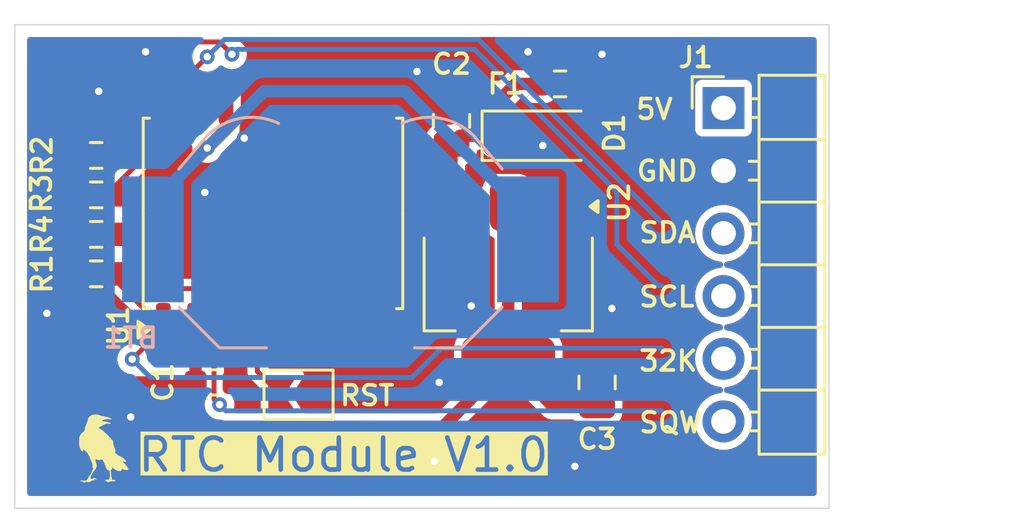
<source format=kicad_pcb>
(kicad_pcb (version 20240108) (generator "pcbnew") (generator_version "8.0")
  (layers (0 "F.Cu" signal) (31 "B.Cu" signal) (34 "B.Paste" user) (35 "F.Paste" user) (36 "B.SilkS" user "B.Silkscreen") (37 "F.SilkS" user "F.Silkscreen") (38 "B.Mask" user) (39 "F.Mask" user) (44 "Edge.Cuts" user))
  (net 0 "")
  (net 1 "GND")
  (net 2 "3.3V")
  (net 3 "Net-(D1-K)")
  (net 4 "5V")
  (net 5 "/SDA")
  (net 6 "/32KHZ")
  (net 7 "/SQW")
  (net 8 "/SCL")
  (net 9 "Net-(BT1-+)")
  (net 10 "/RST")
  (footprint "Resistor_SMD:R_0603_1608Metric" (layer "F.Cu") (at 151.2 61.9 180)
    (property "Reference" "F1" (at 2.2 0 0) (layer "F.SilkS") (effects (font (size 0.8 0.8))))
    (property "Value" "F0603FA0500V063TM")
    (pad "1" smd roundrect (at -0.825 0 180) (size 0.8 0.95) (layers "F.Cu" "F.Paste" "F.Mask") (net 4 "5V"))
    (pad "2" smd roundrect (at 0.825 0 180) (size 0.8 0.95) (layers "F.Cu" "F.Paste" "F.Mask") (net 3 "Net-(D1-K)"))
  )
  (footprint "Connector_PinHeader_2.54mm:PinHeader_1x06_P2.54mm_Horizontal" (layer "F.Cu") (at 157.825 62.88)
    (property "Reference" "J1" (at -1.125 -2.05 0) (layer "F.SilkS") (effects (font (size 0.8 0.8))))
    (property "Value" "DZ254W-11-06-65")
    (pad "1" thru_hole rect (at 0 0) (size 1.7 1.7) (drill 1) (layers "*.Cu" "*.Mask") (net 4 "5V"))
    (pad "2" thru_hole oval (at 0 2.54) (size 1.7 1.7) (drill 1) (layers "*.Cu" "*.Mask") (net 1 "GND"))
    (pad "3" thru_hole oval (at 0 5.08) (size 1.7 1.7) (drill 1) (layers "*.Cu" "*.Mask") (net 5 "/SDA"))
    (pad "4" thru_hole oval (at 0 7.62) (size 1.7 1.7) (drill 1) (layers "*.Cu" "*.Mask") (net 8 "/SCL"))
    (pad "5" thru_hole oval (at 0 10.16) (size 1.7 1.7) (drill 1) (layers "*.Cu" "*.Mask") (net 6 "/32KHZ"))
    (pad "6" thru_hole oval (at 0 12.7) (size 1.7 1.7) (drill 1) (layers "*.Cu" "*.Mask") (net 7 "/SQW"))
  )
  (footprint "LOGO" (layer "F.Cu") (at 132.7 76.7)
    (property "Reference" "G***" (hide yes))
    (property "Value" "LOGO" (hide yes))
  )
  (footprint "Package_SO:SOIC-16W_7.5x10.3mm_P1.27mm" (layer "F.Cu") (at 139.565 67.15 90)
    (property "Reference" "U1" (at -4.55 -6.265 -90) (layer "F.SilkS") (effects (font (size 0.8 0.8))))
    (property "Value" "DS3231SN#T&R")
    (pad "1" smd roundrect (at -4.65 -4.445 90) (size 2.05 0.6) (layers "F.Cu" "F.Paste" "F.Mask") (net 6 "/32KHZ"))
    (pad "2" smd roundrect (at -4.650001 -3.175 90) (size 2.05 0.6) (layers "F.Cu" "F.Paste" "F.Mask") (net 2 "3.3V"))
    (pad "3" smd roundrect (at -4.65 -1.905 90) (size 2.05 0.6) (layers "F.Cu" "F.Paste" "F.Mask") (net 7 "/SQW"))
    (pad "4" smd roundrect (at -4.65 -0.635 90) (size 2.05 0.6) (layers "F.Cu" "F.Paste" "F.Mask") (net 10 "/RST"))
    (pad "5" smd roundrect (at -4.65 0.635 90) (size 2.05 0.6) (layers "F.Cu" "F.Paste" "F.Mask") (net 1 "GND"))
    (pad "6" smd roundrect (at -4.65 1.905 90) (size 2.05 0.6) (layers "F.Cu" "F.Paste" "F.Mask") (net 1 "GND"))
    (pad "7" smd roundrect (at -4.650001 3.175 90) (size 2.05 0.6) (layers "F.Cu" "F.Paste" "F.Mask") (net 1 "GND"))
    (pad "8" smd roundrect (at -4.65 4.445 90) (size 2.05 0.6) (layers "F.Cu" "F.Paste" "F.Mask") (net 1 "GND"))
    (pad "9" smd roundrect (at 4.65 4.445 90) (size 2.05 0.6) (layers "F.Cu" "F.Paste" "F.Mask") (net 1 "GND"))
    (pad "10" smd roundrect (at 4.650001 3.175 90) (size 2.05 0.6) (layers "F.Cu" "F.Paste" "F.Mask") (net 1 "GND"))
    (pad "11" smd roundrect (at 4.65 1.905 90) (size 2.05 0.6) (layers "F.Cu" "F.Paste" "F.Mask") (net 1 "GND"))
    (pad "12" smd roundrect (at 4.65 0.635 90) (size 2.05 0.6) (layers "F.Cu" "F.Paste" "F.Mask") (net 1 "GND"))
    (pad "13" smd roundrect (at 4.65 -0.635 90) (size 2.05 0.6) (layers "F.Cu" "F.Paste" "F.Mask") (net 1 "GND"))
    (pad "14" smd roundrect (at 4.65 -1.905 90) (size 2.05 0.6) (layers "F.Cu" "F.Paste" "F.Mask") (net 9 "Net-(BT1-+)"))
    (pad "15" smd roundrect (at 4.650001 -3.175 90) (size 2.05 0.6) (layers "F.Cu" "F.Paste" "F.Mask") (net 5 "/SDA"))
    (pad "16" smd roundrect (at 4.65 -4.445 90) (size 2.05 0.6) (layers "F.Cu" "F.Paste" "F.Mask") (net 8 "/SCL"))
  )
  (footprint "Capacitor_SMD:C_0805_2012Metric" (layer "F.Cu") (at 152.7 74 90)
    (property "Reference" "C3" (at -2.300001 0 0) (layer "F.SilkS") (effects (font (size 0.8 0.8))))
    (property "Value" "22uF/10V")
    (pad "1" smd roundrect (at -0.949999 0 90) (size 1 1.45) (layers "F.Cu" "F.Paste" "F.Mask") (net 2 "3.3V"))
    (pad "2" smd roundrect (at 0.949999 0 90) (size 1 1.45) (layers "F.Cu" "F.Paste" "F.Mask") (net 1 "GND"))
  )
  (footprint "Diode_SMD:D_SOD-123" (layer "F.Cu") (at 150.4 64)
    (property "Reference" "D1" (at 3 -0.1 90) (layer "F.SilkS") (effects (font (size 0.8 0.8))))
    (property "Value" "MM1Z4V7")
    (pad "1" smd roundrect (at -1.65 0) (size 0.9 1.2) (layers "F.Cu" "F.Paste" "F.Mask") (net 3 "Net-(D1-K)"))
    (pad "2" smd roundrect (at 1.65 0) (size 0.9 1.2) (layers "F.Cu" "F.Paste" "F.Mask") (net 1 "GND"))
  )
  (footprint "Resistor_SMD:R_0603_1608Metric" (layer "F.Cu") (at 132.4 68)
    (property "Reference" "R4" (at -2.2 0 90) (layer "F.SilkS") (effects (font (size 0.8 0.8))))
    (property "Value" "4k7")
    (pad "1" smd roundrect (at -0.825 0) (size 0.8 0.95) (layers "F.Cu" "F.Paste" "F.Mask") (net 2 "3.3V"))
    (pad "2" smd roundrect (at 0.825 0) (size 0.8 0.95) (layers "F.Cu" "F.Paste" "F.Mask") (net 7 "/SQW"))
  )
  (footprint "Resistor_SMD:R_0603_1608Metric" (layer "F.Cu") (at 132.4 66.4)
    (property "Reference" "R3" (at -2.225 -0.06 90) (layer "F.SilkS") (effects (font (size 0.8 0.8))))
    (property "Value" "4k7")
    (pad "1" smd roundrect (at -0.825 0) (size 0.8 0.95) (layers "F.Cu" "F.Paste" "F.Mask") (net 2 "3.3V"))
    (pad "2" smd roundrect (at 0.825 0) (size 0.8 0.95) (layers "F.Cu" "F.Paste" "F.Mask") (net 5 "/SDA"))
  )
  (footprint "Capacitor_SMD:C_0805_2012Metric" (layer "F.Cu") (at 146.8 63.4 90)
    (property "Reference" "C2" (at 2.3 0 0) (layer "F.SilkS") (effects (font (size 0.8 0.8))))
    (property "Value" "10uF/10V")
    (pad "1" smd roundrect (at -0.949999 0 90) (size 1 1.45) (layers "F.Cu" "F.Paste" "F.Mask") (net 3 "Net-(D1-K)"))
    (pad "2" smd roundrect (at 0.949999 0 90) (size 1 1.45) (layers "F.Cu" "F.Paste" "F.Mask") (net 1 "GND"))
  )
  (footprint "Resistor_SMD:R_0603_1608Metric" (layer "F.Cu") (at 132.4 69.6)
    (property "Reference" "R1" (at -2.2 0 90) (layer "F.SilkS") (effects (font (size 0.8 0.8))))
    (property "Value" "4k7")
    (pad "1" smd roundrect (at -0.825 0) (size 0.8 0.95) (layers "F.Cu" "F.Paste" "F.Mask") (net 2 "3.3V"))
    (pad "2" smd roundrect (at 0.825 0) (size 0.8 0.95) (layers "F.Cu" "F.Paste" "F.Mask") (net 6 "/32KHZ"))
  )
  (footprint "Capacitor_SMD:C_0603_1608Metric" (layer "F.Cu") (at 137.2 74)
    (property "Reference" "C1" (at -2.1 0 90) (layer "F.SilkS") (effects (font (size 0.8 0.8))))
    (property "Value" "100n/10V")
    (pad "1" smd roundrect (at -0.775 0) (size 0.9 0.95) (layers "F.Cu" "F.Paste" "F.Mask") (net 2 "3.3V"))
    (pad "2" smd roundrect (at 0.775 0) (size 0.9 0.95) (layers "F.Cu" "F.Paste" "F.Mask") (net 1 "GND"))
  )
  (footprint "Jumper:SolderJumper-2_P1.3mm_Open_TrianglePad1.0x1.5mm" (layer "F.Cu") (at 140.6 74.5 180)
    (property "Reference" "JP1" (hide yes))
    (property "Value" "SolderJumper_2_Open")
    (pad "1" smd custom (at -0.724999 0 180) (size 0.3 0.3) (layers "F.Cu" "F.Mask") (net 1 "GND") (options (clearance outline) (anchor rect)) (primitives (gr_poly (pts (xy 1 0) (xy 0.5 0.75) (xy -0.5 0.75) (xy -0.5 -0.75) (xy 0.5 -0.75)) (width 0) (fill yes))))
    (pad "2" smd custom (at 0.724999 0 180) (size 0.3 0.3) (layers "F.Cu" "F.Mask") (net 10 "/RST") (options (clearance outline) (anchor rect)) (primitives (gr_poly (pts (xy 0.5 0.75) (xy -0.65 0.75) (xy -0.15 0) (xy -0.65 -0.75) (xy 0.5 -0.75)) (width 0) (fill yes))))
  )
  (footprint "Resistor_SMD:R_0603_1608Metric" (layer "F.Cu") (at 132.4 64.8)
    (property "Reference" "R2" (at -2.2 0 90) (layer "F.SilkS") (effects (font (size 0.8 0.8))))
    (property "Value" "4k7")
    (pad "1" smd roundrect (at -0.825 0) (size 0.8 0.95) (layers "F.Cu" "F.Paste" "F.Mask") (net 2 "3.3V"))
    (pad "2" smd roundrect (at 0.825 0) (size 0.8 0.95) (layers "F.Cu" "F.Paste" "F.Mask") (net 8 "/SCL"))
  )
  (footprint "Package_TO_SOT_SMD:SOT-223-3_TabPin2" (layer "F.Cu") (at 149.1 70 -90)
    (property "Reference" "U2" (at -3.3 -4.5 -90) (layer "F.SilkS") (effects (font (size 0.8 0.8))))
    (property "Value" "AMS1117-3.3")
    (pad "1" smd roundrect (at -3.15 -2.3 270) (size 2 1.5) (layers "F.Cu" "F.Paste" "F.Mask") (net 1 "GND"))
    (pad "2" smd roundrect (at -3.149999 0 270) (size 2 1.5) (layers "F.Cu" "F.Paste" "F.Mask") (net 2 "3.3V"))
    (pad "2" smd roundrect (at 3.149999 0 270) (size 2 3.8) (layers "F.Cu" "F.Paste" "F.Mask") (net 2 "3.3V"))
    (pad "3" smd roundrect (at -3.15 2.3 270) (size 2 1.5) (layers "F.Cu" "F.Paste" "F.Mask") (net 3 "Net-(D1-K)"))
  )
  (footprint "Battery:BatteryHolder_LINX_BAT-HLD-012-SMT" (layer "B.Cu") (at 142.3 68.2)
    (property "Reference" "BT1" (at -8.5 4 0) (layer "B.SilkS") (effects (font (size 0.8 0.8)) (justify mirror)))
    (property "Value" "Battery_Cell")
    (pad "1" smd rect (at -7.600001 0) (size 2.5 5.1) (layers "B.Cu" "B.Paste" "B.Mask") (net 9 "Net-(BT1-+)"))
    (pad "1" smd rect (at 7.600001 0) (size 2.5 5.1) (layers "B.Cu" "B.Paste" "B.Mask") (net 9 "Net-(BT1-+)"))
    (pad "2" smd circle (at 0 0) (size 10.2 10.2) (layers "B.Cu" "B.Mask") (net 1 "GND"))
  )
  (gr_line (start 162.1 59.5) (end 162.1 79.1) (stroke (width 0.05)) (layer "Edge.Cuts"))
  (gr_line (start 162.1 79.1) (end 129.1 79.1) (stroke (width 0.05)) (layer "Edge.Cuts"))
  (gr_line (start 129.1 79.1) (end 129.1 59.5) (stroke (width 0.05)) (layer "Edge.Cuts"))
  (gr_line (start 129.1 59.5) (end 162.1 59.5) (stroke (width 0.05)) (layer "Edge.Cuts"))
  (gr_text "GND" (at 154.225 65.9 0) (layer "F.SilkS") (effects (font (size 0.8 0.8) (thickness 0.15) (bold yes)) (justify left bottom)))
  (gr_text "RST" (at 142.2 75 0) (layer "F.SilkS") (effects (font (size 0.8 0.8)) (justify left bottom)))
  (gr_text "SCL" (at 154.325 71 0) (layer "F.SilkS") (effects (font (size 0.8 0.8) (thickness 0.15) (bold yes)) (justify left bottom)))
  (gr_text "SQW" (at 154.325 76.1 0) (layer "F.SilkS") (effects (font (size 0.8 0.8) (thickness 0.15) (bold yes)) (justify left bottom)))
  (gr_text "SDA" (at 154.325 68.4 0) (layer "F.SilkS") (effects (font (size 0.8 0.8) (thickness 0.15) (bold yes)) (justify left bottom)))
  (gr_text "32K" (at 154.325 73.6 0) (layer "F.SilkS") (effects (font (size 0.8 0.8) (thickness 0.15) (bold yes)) (justify left bottom)))
  (gr_text "RTC Module V1.0" (at 134 77.7 0) (layer "F.SilkS" knockout) (effects (font (size 1.3 1.3) (thickness 0.1875)) (justify left bottom)))
  (gr_text "5V" (at 154.2 63.4 0) (layer "F.SilkS") (effects (font (size 0.8 0.8) (thickness 0.15) (bold yes)) (justify left bottom)))
  (via (at 132.5 62.2) (size 0.6) (drill 0.3) (layers "F.Cu" "B.Cu") (net 1))
  (via (at 147.6 70.9) (size 0.6) (drill 0.3) (layers "F.Cu" "B.Cu") (net 1))
  (via (at 138.4 64.1) (size 0.6) (drill 0.3) (layers "F.Cu" "B.Cu") (net 1))
  (via (at 151.8 77.4) (size 0.6) (drill 0.3) (layers "F.Cu" "B.Cu") (net 1))
  (via (at 134.4 60.6) (size 0.6) (drill 0.3) (layers "F.Cu" "B.Cu") (net 1))
  (via (at 145.4 61.4) (size 0.6) (drill 0.3) (layers "F.Cu" "B.Cu") (net 1))
  (via (at 136.8 66.3) (size 0.6) (drill 0.3) (layers "F.Cu" "B.Cu") (net 1))
  (via (at 146.3 74) (size 0.6) (drill 0.3) (layers "F.Cu" "B.Cu") (net 1))
  (via (at 130.4 71.2) (size 0.6) (drill 0.3) (layers "F.Cu" "B.Cu") (net 1))
  (via (at 153.3 71) (size 0.6) (drill 0.3) (layers "F.Cu" "B.Cu") (net 1))
  (via (at 149.9 60.6) (size 0.6) (drill 0.3) (layers "F.Cu" "B.Cu") (net 1))
  (via (at 133.8 75.4) (size 0.6) (drill 0.3) (layers "F.Cu" "B.Cu") (net 1))
  (via (at 152.9 60.7) (size 0.6) (drill 0.3) (layers "F.Cu" "B.Cu") (net 1))
  (via (at 150.5 64.4) (size 0.6) (drill 0.3) (layers "F.Cu" "B.Cu") (net 1))
  (via (at 146.1 77.2) (size 0.6) (drill 0.3) (layers "F.Cu" "B.Cu") (net 1))
  (segment (start 136.425 74) (end 136.425 75.125) (width 0.5) (layer "F.Cu") (net 2))
  (segment (start 131.575 69.6) (end 131.575 72.075) (width 0.5) (layer "F.Cu") (net 2))
  (segment (start 136.425 71.835001) (end 136.39 71.800001) (width 0.5) (layer "F.Cu") (net 2))
  (segment (start 150.9 74.949999) (end 152.7 74.949999) (width 0.5) (layer "F.Cu") (net 2))
  (segment (start 131.575 64.8) (end 131.575 69.6) (width 0.5) (layer "F.Cu") (net 2))
  (segment (start 149.1 66.850001) (end 149.1 73.149999) (width 0.5) (layer "F.Cu") (net 2))
  (segment (start 146.449999 75.8) (end 149.1 73.149999) (width 0.5) (layer "F.Cu") (net 2))
  (segment (start 149.1 73.149999) (end 150.9 74.949999) (width 0.5) (layer "F.Cu") (net 2))
  (segment (start 136.425 75.125) (end 137.1 75.8) (width 0.5) (layer "F.Cu") (net 2))
  (segment (start 136.425 74) (end 136.425 71.835001) (width 0.5) (layer "F.Cu") (net 2))
  (segment (start 137.1 75.8) (end 146.449999 75.8) (width 0.5) (layer "F.Cu") (net 2))
  (segment (start 133.5 74) (end 136.425 74) (width 0.5) (layer "F.Cu") (net 2))
  (segment (start 131.575 72.075) (end 133.5 74) (width 0.5) (layer "F.Cu") (net 2))
  (segment (start 146.8 64.349999) (end 146.8 66.85) (width 0.5) (layer "F.Cu") (net 3))
  (segment (start 150.375 61.9) (end 149.4 61.9) (width 0.5) (layer "F.Cu") (net 3))
  (segment (start 147.149999 64) (end 146.8 64.349999) (width 0.5) (layer "F.Cu") (net 3))
  (segment (start 149.4 61.9) (end 148.75 62.55) (width 0.5) (layer "F.Cu") (net 3))
  (segment (start 148.75 64) (end 147.149999 64) (width 0.5) (layer "F.Cu") (net 3))
  (segment (start 148.75 62.55) (end 148.75 64) (width 0.5) (layer "F.Cu") (net 3))
  (segment (start 153.8 61.9) (end 152.025 61.9) (width 0.5) (layer "F.Cu") (net 4))
  (segment (start 154.35 62.45) (end 153.8 61.9) (width 0.5) (layer "F.Cu") (net 4))
  (segment (start 155.325 62.45) (end 154.35 62.45) (width 0.5) (layer "F.Cu") (net 4))
  (segment (start 134.1 64.6) (end 134.7 64) (width 0.2) (layer "F.Cu") (net 5))
  (segment (start 134.1 65.112648) (end 134.1 64.6) (width 0.2) (layer "F.Cu") (net 5))
  (segment (start 136.39 61.31) (end 136.9 60.8) (width 0.2) (layer "F.Cu") (net 5))
  (segment (start 133.225 65.987648) (end 134.1 65.112648) (width 0.2) (layer "F.Cu") (net 5))
  (segment (start 133.225 66.4) (end 133.225 65.987648) (width 0.2) (layer "F.Cu") (net 5))
  (segment (start 135.914998 64) (end 136.39 63.524998) (width 0.2) (layer "F.Cu") (net 5))
  (segment (start 136.39 63.524998) (end 136.39 62.499999) (width 0.2) (layer "F.Cu") (net 5))
  (segment (start 136.39 62.499999) (end 136.39 61.31) (width 0.2) (layer "F.Cu") (net 5))
  (segment (start 134.7 64) (end 135.914998 64) (width 0.2) (layer "F.Cu") (net 5))
  (via (at 136.9 60.8) (size 0.6) (drill 0.3) (layers "F.Cu" "B.Cu") (net 5))
  (segment (start 147.895 60.1) (end 155.325 67.53) (width 0.2) (layer "B.Cu") (net 5))
  (segment (start 137.6 60.1) (end 147.895 60.1) (width 0.2) (layer "B.Cu") (net 5))
  (segment (start 136.9 60.8) (end 137.6 60.1) (width 0.2) (layer "B.Cu") (net 5))
  (segment (start 133.86 73.06) (end 135.12 71.8) (width 0.2) (layer "F.Cu") (net 6))
  (segment (start 133.225 69.905) (end 135.12 71.8) (width 0.2) (layer "F.Cu") (net 6))
  (segment (start 133.225 69.6) (end 133.225 69.905) (width 0.2) (layer "F.Cu") (net 6))
  (via (at 133.86 73.06) (size 0.6) (drill 0.3) (layers "F.Cu" "B.Cu") (net 6))
  (segment (start 133.86 73.06) (end 134.6 73.8) (width 0.2) (layer "B.Cu") (net 6))
  (segment (start 146.39 72.61) (end 155.325 72.61) (width 0.2) (layer "B.Cu") (net 6))
  (segment (start 134.6 73.8) (end 145.2 73.8) (width 0.2) (layer "B.Cu") (net 6))
  (segment (start 145.2 73.8) (end 146.39 72.61) (width 0.2) (layer "B.Cu") (net 6))
  (segment (start 137.084999 70.2) (end 137.66 70.775001) (width 0.2) (layer "F.Cu") (net 7))
  (segment (start 137.175 74.675) (end 137.175 72.285) (width 0.2) (layer "F.Cu") (net 7))
  (segment (start 135.425 70.2) (end 137.084999 70.2) (width 0.2) (layer "F.Cu") (net 7))
  (segment (start 137.175 72.285) (end 137.66 71.8) (width 0.2) (layer "F.Cu") (net 7))
  (segment (start 137.66 70.775001) (end 137.66 71.8) (width 0.2) (layer "F.Cu") (net 7))
  (segment (start 137.4 74.9) (end 137.175 74.675) (width 0.2) (layer "F.Cu") (net 7))
  (segment (start 133.225 68) (end 135.425 70.2) (width 0.2) (layer "F.Cu") (net 7))
  (via (at 137.4 74.9) (size 0.6) (drill 0.3) (layers "F.Cu" "B.Cu") (net 7))
  (segment (start 137.65 75.15) (end 155.325 75.15) (width 0.2) (layer "B.Cu") (net 7))
  (segment (start 137.4 74.9) (end 137.65 75.15) (width 0.2) (layer "B.Cu") (net 7))
  (segment (start 135.12 61.475001) (end 136.395001 60.2) (width 0.2) (layer "F.Cu") (net 8))
  (segment (start 136.395001 60.2) (end 137.4 60.2) (width 0.2) (layer "F.Cu") (net 8))
  (segment (start 137.4 60.2) (end 137.9 60.7) (width 0.2) (layer "F.Cu") (net 8))
  (segment (start 135.12 62.5) (end 135.12 61.475001) (width 0.2) (layer "F.Cu") (net 8))
  (segment (start 133.3 64.8) (end 135.12 62.98) (width 0.2) (layer "F.Cu") (net 8))
  (segment (start 133.225 64.8) (end 133.3 64.8) (width 0.2) (layer "F.Cu") (net 8))
  (segment (start 135.12 62.98) (end 135.12 62.5) (width 0.2) (layer "F.Cu") (net 8))
  (via (at 137.9 60.7) (size 0.6) (drill 0.3) (layers "F.Cu" "B.Cu") (net 8))
  (segment (start 153.5 66.270686) (end 153.5 68.4) (width 0.2) (layer "B.Cu") (net 8))
  (segment (start 155.17 70.07) (end 155.325 70.07) (width 0.2) (layer "B.Cu") (net 8))
  (segment (start 138.1 60.5) (end 147.729314 60.5) (width 0.2) (layer "B.Cu") (net 8))
  (segment (start 137.9 60.7) (end 138.1 60.5) (width 0.2) (layer "B.Cu") (net 8))
  (segment (start 153.5 68.4) (end 155.17 70.07) (width 0.2) (layer "B.Cu") (net 8))
  (segment (start 147.729314 60.5) (end 153.5 66.270686) (width 0.2) (layer "B.Cu") (net 8))
  (segment (start 137.66 63.74) (end 137.66 62.5) (width 0.5) (layer "F.Cu") (net 9))
  (segment (start 136.9 64.5) (end 137.66 63.74) (width 0.5) (layer "F.Cu") (net 9))
  (via (at 136.9 64.5) (size 0.6) (drill 0.3) (layers "F.Cu" "B.Cu") (net 9))
  (segment (start 149.900001 67.200001) (end 144.9 62.2) (width 0.5) (layer "B.Cu") (net 9))
  (segment (start 139.2 62.2) (end 136.9 64.5) (width 0.5) (layer "B.Cu") (net 9))
  (segment (start 144.9 62.2) (end 139.2 62.2) (width 0.5) (layer "B.Cu") (net 9))
  (segment (start 134.699999 66.700001) (end 136.9 64.5) (width 0.5) (layer "B.Cu") (net 9))
  (segment (start 149.900001 68.2) (end 149.900001 67.200001) (width 0.5) (layer "B.Cu") (net 9))
  (segment (start 134.699999 68.2) (end 134.699999 66.700001) (width 0.5) (layer "B.Cu") (net 9))
  (segment (start 138.93 71.8) (end 138.93 73.554999) (width 0.2) (layer "F.Cu") (net 10))
  (segment (start 138.93 73.554999) (end 139.875001 74.5) (width 0.2) (layer "F.Cu") (net 10))
  (zone (net 1) (net_name "GND") (layers "F&B.Cu") (connect_pads yes (clearance 0.3)) (min_thickness 0.25) (fill yes (thermal_gap 0.5) (thermal_bridge_width 0.5))
    (polygon (pts (xy 164 58.5) (xy 164 80) (xy 128.5 80) (xy 128.5 58.5)))
  )
)
</source>
